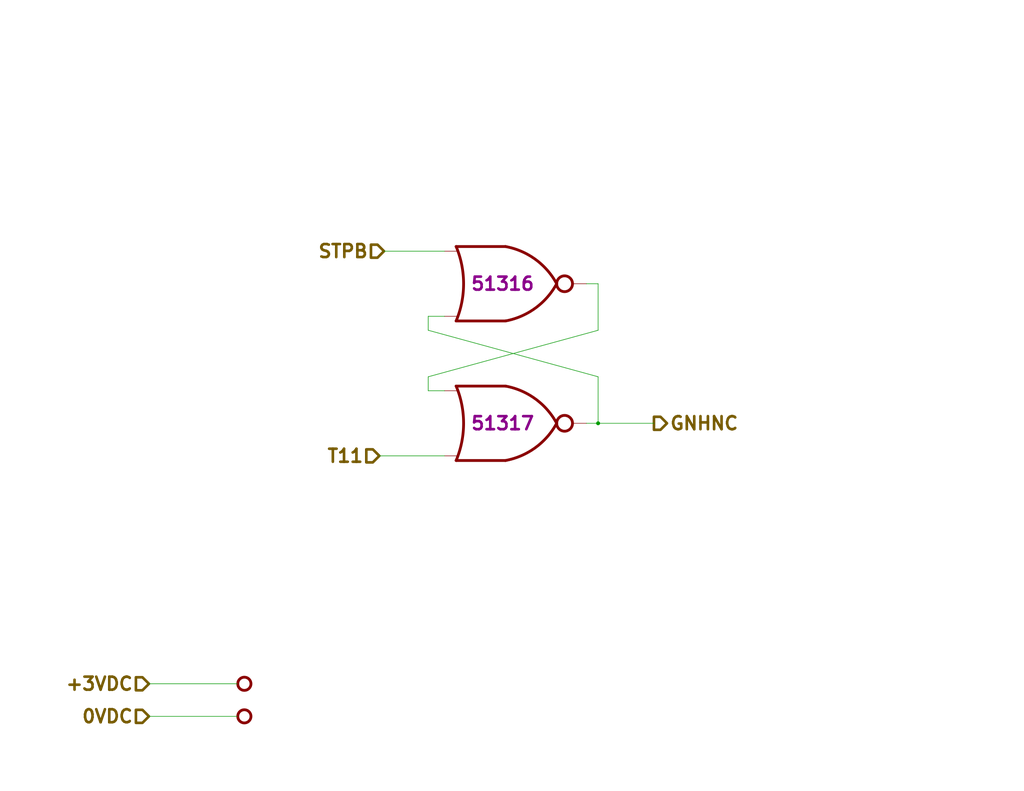
<source format=kicad_sch>
(kicad_sch (version 20211123) (generator eeschema)
  (paper "A")
  (title_block (title "BLOCK I LOGIC FLOW N, MODULE A28, DRAWING 1006552") (date "2018-11-23") (rev "Draft") (comment 1 "Modules A28"))
  (lib_symbols
    (symbol "AGC_DSKY:Node2" (pin_numbers hide) (pin_names (offset 0) hide)
      (property "Caption" "NODE" (at -1.905 0 0))
      (symbol "Node2_0_1"
        (circle (center 0 0) (radius 1.8034) (stroke (width 0.762)))
      )
      (symbol "Node2_1_1"
        (pin passive line (at 1.905 0 180) (length 0) (name "1") (number "1"))
      )
    )
    (symbol "D3NOR-+3VDC-0VDC-nd1021041:D3NOR-+3VDC-0VDC-nd1021041-1_5-___" (pin_numbers hide) (pin_names (offset 0) hide)
      (property "Location" "NNNNN" (at 0 0 0))
      (symbol "D3NOR-+3VDC-0VDC-nd1021041-1_5-____0_1"
        (arc (start -12.7 -10.16) (mid -10.668 0) (end -12.7 10.16) (stroke (width 0.762)))
        (polyline (pts (xy 0.762 -10.16) (xy -12.7 -10.16)) (stroke (width 0.762)))
        (polyline (pts (xy 0.762 10.16) (xy -12.7 10.16)) (stroke (width 0.762)))
        (arc (start 0.762 -10.16) (mid 8.8969 -6.663) (end 14.732 0) (stroke (width 0.762)))
        (arc (start 14.732 0) (mid 8.9026 6.6708) (end 0.762 10.16) (stroke (width 0.762)))
        (circle (center 16.891 0) (radius 2.159) (stroke (width 0.762)))
      )
      (symbol "D3NOR-+3VDC-0VDC-nd1021041-1_5-____1_1"
        (pin input line (at -15.875 8.89 0) (length 3.556) (name "1") (number "1"))
        (pin no_connect line (at -8.89 -8.89 90) (length 0) hide (name "NC") (number "2"))
        (pin power_in line (at -10.795 0 0) (length 0) hide (name "0VDC") (number "3"))
        (pin power_in line (at -4.445 -8.89 90) (length 0) hide (name "0VDC") (number "4"))
        (pin input line (at -15.875 -8.89 0) (length 3.556) (name "5") (number "5"))
        (pin no_connect line (at 0 -8.89 90) (length 0) hide (name "NC") (number "6"))
        (pin open_collector line (at 22.86 0 180) (length 3.81) (name "7") (number "7"))
        (pin power_in line (at -4.445 8.89 270) (length 0) hide (name "+3VDC") (number "8"))
      )
    )
  )
  (junction (at 163.195 115.57))
  (wire (pts (xy 160.02 115.57) (xy 163.195 115.57)))
  (wire (pts (xy 40.64 195.58) (xy 64.77 195.58)))
  (wire (pts (xy 121.285 124.46) (xy 103.505 124.46)))
  (wire (pts (xy 163.195 115.57) (xy 178.435 115.57)))
  (wire (pts (xy 116.84 90.17) (xy 116.84 86.36)))
  (wire (pts (xy 160.02 77.47) (xy 163.195 77.47)))
  (wire (pts (xy 163.195 102.87) (xy 116.84 90.17)))
  (wire (pts (xy 163.195 115.57) (xy 163.195 102.87)))
  (wire (pts (xy 163.195 77.47) (xy 163.195 90.17)))
  (wire (pts (xy 163.195 90.17) (xy 116.84 102.87)))
  (wire (pts (xy 104.775 68.58) (xy 121.285 68.58)))
  (wire (pts (xy 116.84 106.68) (xy 121.285 106.68)))
  (wire (pts (xy 116.84 102.87) (xy 116.84 106.68)))
  (wire (pts (xy 40.64 186.69) (xy 64.77 186.69)))
  (wire (pts (xy 116.84 86.36) (xy 121.285 86.36)))
  (hierarchical_label "+3VDC" (shape input) (at 40.64 186.69 180) (effects (font (size 3.556 3.556) (thickness 0.7112) bold)))
  (hierarchical_label "GNHNC" (shape output) (at 178.435 115.57 0) (effects (font (size 3.556 3.556) (thickness 0.7112) bold)))
  (hierarchical_label "T11" (shape input) (at 103.505 124.46 180) (effects (font (size 3.556 3.556) (thickness 0.7112) bold)))
  (hierarchical_label "0VDC" (shape input) (at 40.64 195.58 180) (effects (font (size 3.556 3.556) (thickness 0.7112) bold)))
  (hierarchical_label "STPB" (shape input) (at 104.775 68.58 180) (effects (font (size 3.556 3.556) (thickness 0.7112) bold)))
  (symbol (lib_id "D3NOR-+3VDC-0VDC-nd1021041:D3NOR-+3VDC-0VDC-nd1021041-1_5-___") (at 137.16 77.47 0) (unit 1)
    (property "Reference" "U501" (effects hide))
    (property "Value" "D3NOR-+3VDC-0VDC-nd1021041-1_5-___" (effects hide))
    (property "Location" "51316" (at 137.16 77.47 0) (effects (font (size 3.556 3.556) bold)))
  )
  (symbol (lib_id "D3NOR-+3VDC-0VDC-nd1021041:D3NOR-+3VDC-0VDC-nd1021041-1_5-___") (at 137.16 115.57 0) (unit 1)
    (property "Reference" "U502" (effects hide))
    (property "Value" "D3NOR-+3VDC-0VDC-nd1021041-1_5-___" (effects hide))
    (property "Location" "51317" (at 137.16 115.57 0) (effects (font (size 3.556 3.556) bold)))
  )
  (symbol (lib_id "AGC_DSKY:Node2") (at 66.675 186.69 180)
    (property "Reference" "N501" (effects hide))
    (property "Value" "Node2" (effects hide))
    (property "Caption" "+3VDC" (effects hide))
  )
  (symbol (lib_id "AGC_DSKY:Node2") (at 66.675 195.58 180)
    (property "Reference" "N502" (effects hide))
    (property "Value" "Node2" (effects hide))
    (property "Caption" "0VDC" (effects hide))
  )
)
</source>
